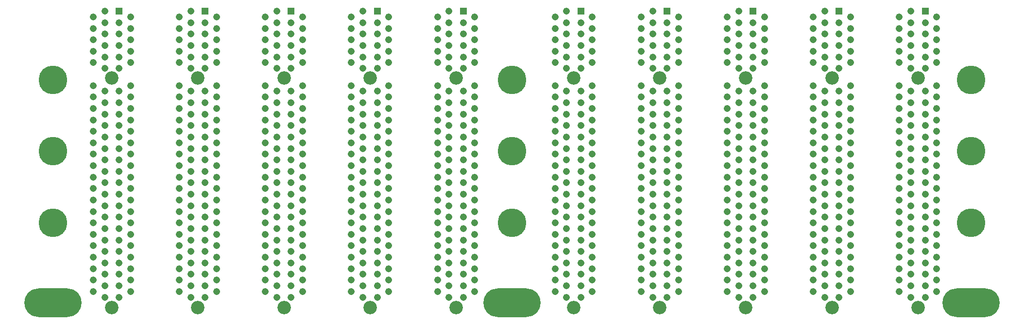
<source format=gbr>
%TF.GenerationSoftware,KiCad,Pcbnew,(5.1.9-16-g1737927814)-1*%
%TF.CreationDate,2021-07-03T16:47:20+02:00*%
%TF.ProjectId,Bussystem 10x non stack,42757373-7973-4746-956d-20313078206e,1*%
%TF.SameCoordinates,Original*%
%TF.FileFunction,Soldermask,Top*%
%TF.FilePolarity,Negative*%
%FSLAX46Y46*%
G04 Gerber Fmt 4.6, Leading zero omitted, Abs format (unit mm)*
G04 Created by KiCad (PCBNEW (5.1.9-16-g1737927814)-1) date 2021-07-03 16:47:20*
%MOMM*%
%LPD*%
G01*
G04 APERTURE LIST*
%ADD10O,10.000000X5.000000*%
%ADD11C,5.000000*%
%ADD12R,1.208000X1.208000*%
%ADD13C,1.208000*%
%ADD14C,2.350000*%
G04 APERTURE END LIST*
D10*
%TO.C,DRA2*%
X126000000Y-101000000D03*
D11*
X126000000Y-74500000D03*
X126000000Y-87000000D03*
X126000000Y-62000000D03*
%TD*%
D10*
%TO.C,DRA3*%
X206000000Y-101000000D03*
D11*
X206000000Y-74500000D03*
X206000000Y-87000000D03*
X206000000Y-62000000D03*
%TD*%
D10*
%TO.C,DRA1*%
X46000000Y-101000000D03*
D11*
X46000000Y-74500000D03*
X46000000Y-87000000D03*
X46000000Y-62000000D03*
%TD*%
D12*
%TO.C,J1*%
X57500000Y-50000000D03*
D13*
X59500000Y-51000000D03*
X55000000Y-50000000D03*
X53000000Y-51000000D03*
X57500000Y-52000000D03*
X59500000Y-53000000D03*
X55000000Y-52000000D03*
X53000000Y-53000000D03*
X57500000Y-54000000D03*
X59500000Y-55000000D03*
X55000000Y-54000000D03*
X53000000Y-55000000D03*
X57500000Y-56000000D03*
X59500000Y-57000000D03*
X55000000Y-56000000D03*
X53000000Y-57000000D03*
X57500000Y-58000000D03*
X59500000Y-59000000D03*
X55000000Y-58000000D03*
X53000000Y-59000000D03*
X57500000Y-60000000D03*
X55000000Y-60000000D03*
X59500000Y-63000000D03*
X53000000Y-63000000D03*
X57500000Y-64000000D03*
X59500000Y-65000000D03*
X55000000Y-64000000D03*
X53000000Y-65000000D03*
X57500000Y-66000000D03*
X59500000Y-67000000D03*
X55000000Y-66000000D03*
X53000000Y-67000000D03*
X57500000Y-68000000D03*
X59500000Y-69000000D03*
X55000000Y-68000000D03*
X53000000Y-69000000D03*
X57500000Y-70000000D03*
X59500000Y-71000000D03*
X55000000Y-70000000D03*
X53000000Y-71000000D03*
X57500000Y-72000000D03*
X55000000Y-72000000D03*
X59500000Y-73000000D03*
X53000000Y-73000000D03*
X57500000Y-74000000D03*
X59500000Y-75000000D03*
X55000000Y-74000000D03*
X53000000Y-75000000D03*
X57500000Y-76000000D03*
X59500000Y-77000000D03*
X55000000Y-76000000D03*
X53000000Y-77000000D03*
X57500000Y-78000000D03*
X59500000Y-79000000D03*
X55000000Y-78000000D03*
X53000000Y-79000000D03*
X57500000Y-80000000D03*
X59500000Y-81000000D03*
X55000000Y-80000000D03*
X53000000Y-81000000D03*
X57500000Y-82000000D03*
X55000000Y-82000000D03*
X59500000Y-83000000D03*
X53000000Y-83000000D03*
D14*
X56250000Y-61650000D03*
X56250000Y-101810000D03*
D13*
X57500000Y-84000000D03*
X59500000Y-85000000D03*
X55000000Y-84000000D03*
X53000000Y-85000000D03*
X57500000Y-86000000D03*
X55000000Y-86000000D03*
X59500000Y-87000000D03*
X53000000Y-87000000D03*
X57500000Y-88000000D03*
X59500000Y-89000000D03*
X55000000Y-88000000D03*
X53000000Y-89000000D03*
X57500000Y-90000000D03*
X55000000Y-90000000D03*
X59500000Y-91000000D03*
X53000000Y-91000000D03*
X57500000Y-92000000D03*
X59500000Y-93000000D03*
X55000000Y-92000000D03*
X53000000Y-93000000D03*
X57500000Y-94000000D03*
X55000000Y-94000000D03*
X59500000Y-95000000D03*
X53000000Y-95000000D03*
X57500000Y-96000000D03*
X59500000Y-97000000D03*
X55000000Y-96000000D03*
X53000000Y-97000000D03*
X57500000Y-98000000D03*
X55000000Y-98000000D03*
X59500000Y-99000000D03*
X53000000Y-99000000D03*
X55000000Y-100000000D03*
X57500000Y-100000000D03*
%TD*%
%TO.C,J2*%
X72500000Y-100000000D03*
X70000000Y-100000000D03*
X68000000Y-99000000D03*
X74500000Y-99000000D03*
X70000000Y-98000000D03*
X72500000Y-98000000D03*
X68000000Y-97000000D03*
X70000000Y-96000000D03*
X74500000Y-97000000D03*
X72500000Y-96000000D03*
X68000000Y-95000000D03*
X74500000Y-95000000D03*
X70000000Y-94000000D03*
X72500000Y-94000000D03*
X68000000Y-93000000D03*
X70000000Y-92000000D03*
X74500000Y-93000000D03*
X72500000Y-92000000D03*
X68000000Y-91000000D03*
X74500000Y-91000000D03*
X70000000Y-90000000D03*
X72500000Y-90000000D03*
X68000000Y-89000000D03*
X70000000Y-88000000D03*
X74500000Y-89000000D03*
X72500000Y-88000000D03*
X68000000Y-87000000D03*
X74500000Y-87000000D03*
X70000000Y-86000000D03*
X72500000Y-86000000D03*
X68000000Y-85000000D03*
X70000000Y-84000000D03*
X74500000Y-85000000D03*
X72500000Y-84000000D03*
D14*
X71250000Y-101810000D03*
X71250000Y-61650000D03*
D13*
X68000000Y-83000000D03*
X74500000Y-83000000D03*
X70000000Y-82000000D03*
X72500000Y-82000000D03*
X68000000Y-81000000D03*
X70000000Y-80000000D03*
X74500000Y-81000000D03*
X72500000Y-80000000D03*
X68000000Y-79000000D03*
X70000000Y-78000000D03*
X74500000Y-79000000D03*
X72500000Y-78000000D03*
X68000000Y-77000000D03*
X70000000Y-76000000D03*
X74500000Y-77000000D03*
X72500000Y-76000000D03*
X68000000Y-75000000D03*
X70000000Y-74000000D03*
X74500000Y-75000000D03*
X72500000Y-74000000D03*
X68000000Y-73000000D03*
X74500000Y-73000000D03*
X70000000Y-72000000D03*
X72500000Y-72000000D03*
X68000000Y-71000000D03*
X70000000Y-70000000D03*
X74500000Y-71000000D03*
X72500000Y-70000000D03*
X68000000Y-69000000D03*
X70000000Y-68000000D03*
X74500000Y-69000000D03*
X72500000Y-68000000D03*
X68000000Y-67000000D03*
X70000000Y-66000000D03*
X74500000Y-67000000D03*
X72500000Y-66000000D03*
X68000000Y-65000000D03*
X70000000Y-64000000D03*
X74500000Y-65000000D03*
X72500000Y-64000000D03*
X68000000Y-63000000D03*
X74500000Y-63000000D03*
X70000000Y-60000000D03*
X72500000Y-60000000D03*
X68000000Y-59000000D03*
X70000000Y-58000000D03*
X74500000Y-59000000D03*
X72500000Y-58000000D03*
X68000000Y-57000000D03*
X70000000Y-56000000D03*
X74500000Y-57000000D03*
X72500000Y-56000000D03*
X68000000Y-55000000D03*
X70000000Y-54000000D03*
X74500000Y-55000000D03*
X72500000Y-54000000D03*
X68000000Y-53000000D03*
X70000000Y-52000000D03*
X74500000Y-53000000D03*
X72500000Y-52000000D03*
X68000000Y-51000000D03*
X70000000Y-50000000D03*
X74500000Y-51000000D03*
D12*
X72500000Y-50000000D03*
%TD*%
%TO.C,J3*%
X87500000Y-50000000D03*
D13*
X89500000Y-51000000D03*
X85000000Y-50000000D03*
X83000000Y-51000000D03*
X87500000Y-52000000D03*
X89500000Y-53000000D03*
X85000000Y-52000000D03*
X83000000Y-53000000D03*
X87500000Y-54000000D03*
X89500000Y-55000000D03*
X85000000Y-54000000D03*
X83000000Y-55000000D03*
X87500000Y-56000000D03*
X89500000Y-57000000D03*
X85000000Y-56000000D03*
X83000000Y-57000000D03*
X87500000Y-58000000D03*
X89500000Y-59000000D03*
X85000000Y-58000000D03*
X83000000Y-59000000D03*
X87500000Y-60000000D03*
X85000000Y-60000000D03*
X89500000Y-63000000D03*
X83000000Y-63000000D03*
X87500000Y-64000000D03*
X89500000Y-65000000D03*
X85000000Y-64000000D03*
X83000000Y-65000000D03*
X87500000Y-66000000D03*
X89500000Y-67000000D03*
X85000000Y-66000000D03*
X83000000Y-67000000D03*
X87500000Y-68000000D03*
X89500000Y-69000000D03*
X85000000Y-68000000D03*
X83000000Y-69000000D03*
X87500000Y-70000000D03*
X89500000Y-71000000D03*
X85000000Y-70000000D03*
X83000000Y-71000000D03*
X87500000Y-72000000D03*
X85000000Y-72000000D03*
X89500000Y-73000000D03*
X83000000Y-73000000D03*
X87500000Y-74000000D03*
X89500000Y-75000000D03*
X85000000Y-74000000D03*
X83000000Y-75000000D03*
X87500000Y-76000000D03*
X89500000Y-77000000D03*
X85000000Y-76000000D03*
X83000000Y-77000000D03*
X87500000Y-78000000D03*
X89500000Y-79000000D03*
X85000000Y-78000000D03*
X83000000Y-79000000D03*
X87500000Y-80000000D03*
X89500000Y-81000000D03*
X85000000Y-80000000D03*
X83000000Y-81000000D03*
X87500000Y-82000000D03*
X85000000Y-82000000D03*
X89500000Y-83000000D03*
X83000000Y-83000000D03*
D14*
X86250000Y-61650000D03*
X86250000Y-101810000D03*
D13*
X87500000Y-84000000D03*
X89500000Y-85000000D03*
X85000000Y-84000000D03*
X83000000Y-85000000D03*
X87500000Y-86000000D03*
X85000000Y-86000000D03*
X89500000Y-87000000D03*
X83000000Y-87000000D03*
X87500000Y-88000000D03*
X89500000Y-89000000D03*
X85000000Y-88000000D03*
X83000000Y-89000000D03*
X87500000Y-90000000D03*
X85000000Y-90000000D03*
X89500000Y-91000000D03*
X83000000Y-91000000D03*
X87500000Y-92000000D03*
X89500000Y-93000000D03*
X85000000Y-92000000D03*
X83000000Y-93000000D03*
X87500000Y-94000000D03*
X85000000Y-94000000D03*
X89500000Y-95000000D03*
X83000000Y-95000000D03*
X87500000Y-96000000D03*
X89500000Y-97000000D03*
X85000000Y-96000000D03*
X83000000Y-97000000D03*
X87500000Y-98000000D03*
X85000000Y-98000000D03*
X89500000Y-99000000D03*
X83000000Y-99000000D03*
X85000000Y-100000000D03*
X87500000Y-100000000D03*
%TD*%
%TO.C,J4*%
X102500000Y-100000000D03*
X100000000Y-100000000D03*
X98000000Y-99000000D03*
X104500000Y-99000000D03*
X100000000Y-98000000D03*
X102500000Y-98000000D03*
X98000000Y-97000000D03*
X100000000Y-96000000D03*
X104500000Y-97000000D03*
X102500000Y-96000000D03*
X98000000Y-95000000D03*
X104500000Y-95000000D03*
X100000000Y-94000000D03*
X102500000Y-94000000D03*
X98000000Y-93000000D03*
X100000000Y-92000000D03*
X104500000Y-93000000D03*
X102500000Y-92000000D03*
X98000000Y-91000000D03*
X104500000Y-91000000D03*
X100000000Y-90000000D03*
X102500000Y-90000000D03*
X98000000Y-89000000D03*
X100000000Y-88000000D03*
X104500000Y-89000000D03*
X102500000Y-88000000D03*
X98000000Y-87000000D03*
X104500000Y-87000000D03*
X100000000Y-86000000D03*
X102500000Y-86000000D03*
X98000000Y-85000000D03*
X100000000Y-84000000D03*
X104500000Y-85000000D03*
X102500000Y-84000000D03*
D14*
X101250000Y-101810000D03*
X101250000Y-61650000D03*
D13*
X98000000Y-83000000D03*
X104500000Y-83000000D03*
X100000000Y-82000000D03*
X102500000Y-82000000D03*
X98000000Y-81000000D03*
X100000000Y-80000000D03*
X104500000Y-81000000D03*
X102500000Y-80000000D03*
X98000000Y-79000000D03*
X100000000Y-78000000D03*
X104500000Y-79000000D03*
X102500000Y-78000000D03*
X98000000Y-77000000D03*
X100000000Y-76000000D03*
X104500000Y-77000000D03*
X102500000Y-76000000D03*
X98000000Y-75000000D03*
X100000000Y-74000000D03*
X104500000Y-75000000D03*
X102500000Y-74000000D03*
X98000000Y-73000000D03*
X104500000Y-73000000D03*
X100000000Y-72000000D03*
X102500000Y-72000000D03*
X98000000Y-71000000D03*
X100000000Y-70000000D03*
X104500000Y-71000000D03*
X102500000Y-70000000D03*
X98000000Y-69000000D03*
X100000000Y-68000000D03*
X104500000Y-69000000D03*
X102500000Y-68000000D03*
X98000000Y-67000000D03*
X100000000Y-66000000D03*
X104500000Y-67000000D03*
X102500000Y-66000000D03*
X98000000Y-65000000D03*
X100000000Y-64000000D03*
X104500000Y-65000000D03*
X102500000Y-64000000D03*
X98000000Y-63000000D03*
X104500000Y-63000000D03*
X100000000Y-60000000D03*
X102500000Y-60000000D03*
X98000000Y-59000000D03*
X100000000Y-58000000D03*
X104500000Y-59000000D03*
X102500000Y-58000000D03*
X98000000Y-57000000D03*
X100000000Y-56000000D03*
X104500000Y-57000000D03*
X102500000Y-56000000D03*
X98000000Y-55000000D03*
X100000000Y-54000000D03*
X104500000Y-55000000D03*
X102500000Y-54000000D03*
X98000000Y-53000000D03*
X100000000Y-52000000D03*
X104500000Y-53000000D03*
X102500000Y-52000000D03*
X98000000Y-51000000D03*
X100000000Y-50000000D03*
X104500000Y-51000000D03*
D12*
X102500000Y-50000000D03*
%TD*%
%TO.C,J5*%
X117500000Y-50000000D03*
D13*
X119500000Y-51000000D03*
X115000000Y-50000000D03*
X113000000Y-51000000D03*
X117500000Y-52000000D03*
X119500000Y-53000000D03*
X115000000Y-52000000D03*
X113000000Y-53000000D03*
X117500000Y-54000000D03*
X119500000Y-55000000D03*
X115000000Y-54000000D03*
X113000000Y-55000000D03*
X117500000Y-56000000D03*
X119500000Y-57000000D03*
X115000000Y-56000000D03*
X113000000Y-57000000D03*
X117500000Y-58000000D03*
X119500000Y-59000000D03*
X115000000Y-58000000D03*
X113000000Y-59000000D03*
X117500000Y-60000000D03*
X115000000Y-60000000D03*
X119500000Y-63000000D03*
X113000000Y-63000000D03*
X117500000Y-64000000D03*
X119500000Y-65000000D03*
X115000000Y-64000000D03*
X113000000Y-65000000D03*
X117500000Y-66000000D03*
X119500000Y-67000000D03*
X115000000Y-66000000D03*
X113000000Y-67000000D03*
X117500000Y-68000000D03*
X119500000Y-69000000D03*
X115000000Y-68000000D03*
X113000000Y-69000000D03*
X117500000Y-70000000D03*
X119500000Y-71000000D03*
X115000000Y-70000000D03*
X113000000Y-71000000D03*
X117500000Y-72000000D03*
X115000000Y-72000000D03*
X119500000Y-73000000D03*
X113000000Y-73000000D03*
X117500000Y-74000000D03*
X119500000Y-75000000D03*
X115000000Y-74000000D03*
X113000000Y-75000000D03*
X117500000Y-76000000D03*
X119500000Y-77000000D03*
X115000000Y-76000000D03*
X113000000Y-77000000D03*
X117500000Y-78000000D03*
X119500000Y-79000000D03*
X115000000Y-78000000D03*
X113000000Y-79000000D03*
X117500000Y-80000000D03*
X119500000Y-81000000D03*
X115000000Y-80000000D03*
X113000000Y-81000000D03*
X117500000Y-82000000D03*
X115000000Y-82000000D03*
X119500000Y-83000000D03*
X113000000Y-83000000D03*
D14*
X116250000Y-61650000D03*
X116250000Y-101810000D03*
D13*
X117500000Y-84000000D03*
X119500000Y-85000000D03*
X115000000Y-84000000D03*
X113000000Y-85000000D03*
X117500000Y-86000000D03*
X115000000Y-86000000D03*
X119500000Y-87000000D03*
X113000000Y-87000000D03*
X117500000Y-88000000D03*
X119500000Y-89000000D03*
X115000000Y-88000000D03*
X113000000Y-89000000D03*
X117500000Y-90000000D03*
X115000000Y-90000000D03*
X119500000Y-91000000D03*
X113000000Y-91000000D03*
X117500000Y-92000000D03*
X119500000Y-93000000D03*
X115000000Y-92000000D03*
X113000000Y-93000000D03*
X117500000Y-94000000D03*
X115000000Y-94000000D03*
X119500000Y-95000000D03*
X113000000Y-95000000D03*
X117500000Y-96000000D03*
X119500000Y-97000000D03*
X115000000Y-96000000D03*
X113000000Y-97000000D03*
X117500000Y-98000000D03*
X115000000Y-98000000D03*
X119500000Y-99000000D03*
X113000000Y-99000000D03*
X115000000Y-100000000D03*
X117500000Y-100000000D03*
%TD*%
%TO.C,J6*%
X138000000Y-100000000D03*
X135500000Y-100000000D03*
X133500000Y-99000000D03*
X140000000Y-99000000D03*
X135500000Y-98000000D03*
X138000000Y-98000000D03*
X133500000Y-97000000D03*
X135500000Y-96000000D03*
X140000000Y-97000000D03*
X138000000Y-96000000D03*
X133500000Y-95000000D03*
X140000000Y-95000000D03*
X135500000Y-94000000D03*
X138000000Y-94000000D03*
X133500000Y-93000000D03*
X135500000Y-92000000D03*
X140000000Y-93000000D03*
X138000000Y-92000000D03*
X133500000Y-91000000D03*
X140000000Y-91000000D03*
X135500000Y-90000000D03*
X138000000Y-90000000D03*
X133500000Y-89000000D03*
X135500000Y-88000000D03*
X140000000Y-89000000D03*
X138000000Y-88000000D03*
X133500000Y-87000000D03*
X140000000Y-87000000D03*
X135500000Y-86000000D03*
X138000000Y-86000000D03*
X133500000Y-85000000D03*
X135500000Y-84000000D03*
X140000000Y-85000000D03*
X138000000Y-84000000D03*
D14*
X136750000Y-101810000D03*
X136750000Y-61650000D03*
D13*
X133500000Y-83000000D03*
X140000000Y-83000000D03*
X135500000Y-82000000D03*
X138000000Y-82000000D03*
X133500000Y-81000000D03*
X135500000Y-80000000D03*
X140000000Y-81000000D03*
X138000000Y-80000000D03*
X133500000Y-79000000D03*
X135500000Y-78000000D03*
X140000000Y-79000000D03*
X138000000Y-78000000D03*
X133500000Y-77000000D03*
X135500000Y-76000000D03*
X140000000Y-77000000D03*
X138000000Y-76000000D03*
X133500000Y-75000000D03*
X135500000Y-74000000D03*
X140000000Y-75000000D03*
X138000000Y-74000000D03*
X133500000Y-73000000D03*
X140000000Y-73000000D03*
X135500000Y-72000000D03*
X138000000Y-72000000D03*
X133500000Y-71000000D03*
X135500000Y-70000000D03*
X140000000Y-71000000D03*
X138000000Y-70000000D03*
X133500000Y-69000000D03*
X135500000Y-68000000D03*
X140000000Y-69000000D03*
X138000000Y-68000000D03*
X133500000Y-67000000D03*
X135500000Y-66000000D03*
X140000000Y-67000000D03*
X138000000Y-66000000D03*
X133500000Y-65000000D03*
X135500000Y-64000000D03*
X140000000Y-65000000D03*
X138000000Y-64000000D03*
X133500000Y-63000000D03*
X140000000Y-63000000D03*
X135500000Y-60000000D03*
X138000000Y-60000000D03*
X133500000Y-59000000D03*
X135500000Y-58000000D03*
X140000000Y-59000000D03*
X138000000Y-58000000D03*
X133500000Y-57000000D03*
X135500000Y-56000000D03*
X140000000Y-57000000D03*
X138000000Y-56000000D03*
X133500000Y-55000000D03*
X135500000Y-54000000D03*
X140000000Y-55000000D03*
X138000000Y-54000000D03*
X133500000Y-53000000D03*
X135500000Y-52000000D03*
X140000000Y-53000000D03*
X138000000Y-52000000D03*
X133500000Y-51000000D03*
X135500000Y-50000000D03*
X140000000Y-51000000D03*
D12*
X138000000Y-50000000D03*
%TD*%
%TO.C,J7*%
X153000000Y-50000000D03*
D13*
X155000000Y-51000000D03*
X150500000Y-50000000D03*
X148500000Y-51000000D03*
X153000000Y-52000000D03*
X155000000Y-53000000D03*
X150500000Y-52000000D03*
X148500000Y-53000000D03*
X153000000Y-54000000D03*
X155000000Y-55000000D03*
X150500000Y-54000000D03*
X148500000Y-55000000D03*
X153000000Y-56000000D03*
X155000000Y-57000000D03*
X150500000Y-56000000D03*
X148500000Y-57000000D03*
X153000000Y-58000000D03*
X155000000Y-59000000D03*
X150500000Y-58000000D03*
X148500000Y-59000000D03*
X153000000Y-60000000D03*
X150500000Y-60000000D03*
X155000000Y-63000000D03*
X148500000Y-63000000D03*
X153000000Y-64000000D03*
X155000000Y-65000000D03*
X150500000Y-64000000D03*
X148500000Y-65000000D03*
X153000000Y-66000000D03*
X155000000Y-67000000D03*
X150500000Y-66000000D03*
X148500000Y-67000000D03*
X153000000Y-68000000D03*
X155000000Y-69000000D03*
X150500000Y-68000000D03*
X148500000Y-69000000D03*
X153000000Y-70000000D03*
X155000000Y-71000000D03*
X150500000Y-70000000D03*
X148500000Y-71000000D03*
X153000000Y-72000000D03*
X150500000Y-72000000D03*
X155000000Y-73000000D03*
X148500000Y-73000000D03*
X153000000Y-74000000D03*
X155000000Y-75000000D03*
X150500000Y-74000000D03*
X148500000Y-75000000D03*
X153000000Y-76000000D03*
X155000000Y-77000000D03*
X150500000Y-76000000D03*
X148500000Y-77000000D03*
X153000000Y-78000000D03*
X155000000Y-79000000D03*
X150500000Y-78000000D03*
X148500000Y-79000000D03*
X153000000Y-80000000D03*
X155000000Y-81000000D03*
X150500000Y-80000000D03*
X148500000Y-81000000D03*
X153000000Y-82000000D03*
X150500000Y-82000000D03*
X155000000Y-83000000D03*
X148500000Y-83000000D03*
D14*
X151750000Y-61650000D03*
X151750000Y-101810000D03*
D13*
X153000000Y-84000000D03*
X155000000Y-85000000D03*
X150500000Y-84000000D03*
X148500000Y-85000000D03*
X153000000Y-86000000D03*
X150500000Y-86000000D03*
X155000000Y-87000000D03*
X148500000Y-87000000D03*
X153000000Y-88000000D03*
X155000000Y-89000000D03*
X150500000Y-88000000D03*
X148500000Y-89000000D03*
X153000000Y-90000000D03*
X150500000Y-90000000D03*
X155000000Y-91000000D03*
X148500000Y-91000000D03*
X153000000Y-92000000D03*
X155000000Y-93000000D03*
X150500000Y-92000000D03*
X148500000Y-93000000D03*
X153000000Y-94000000D03*
X150500000Y-94000000D03*
X155000000Y-95000000D03*
X148500000Y-95000000D03*
X153000000Y-96000000D03*
X155000000Y-97000000D03*
X150500000Y-96000000D03*
X148500000Y-97000000D03*
X153000000Y-98000000D03*
X150500000Y-98000000D03*
X155000000Y-99000000D03*
X148500000Y-99000000D03*
X150500000Y-100000000D03*
X153000000Y-100000000D03*
%TD*%
%TO.C,J8*%
X168000000Y-100000000D03*
X165500000Y-100000000D03*
X163500000Y-99000000D03*
X170000000Y-99000000D03*
X165500000Y-98000000D03*
X168000000Y-98000000D03*
X163500000Y-97000000D03*
X165500000Y-96000000D03*
X170000000Y-97000000D03*
X168000000Y-96000000D03*
X163500000Y-95000000D03*
X170000000Y-95000000D03*
X165500000Y-94000000D03*
X168000000Y-94000000D03*
X163500000Y-93000000D03*
X165500000Y-92000000D03*
X170000000Y-93000000D03*
X168000000Y-92000000D03*
X163500000Y-91000000D03*
X170000000Y-91000000D03*
X165500000Y-90000000D03*
X168000000Y-90000000D03*
X163500000Y-89000000D03*
X165500000Y-88000000D03*
X170000000Y-89000000D03*
X168000000Y-88000000D03*
X163500000Y-87000000D03*
X170000000Y-87000000D03*
X165500000Y-86000000D03*
X168000000Y-86000000D03*
X163500000Y-85000000D03*
X165500000Y-84000000D03*
X170000000Y-85000000D03*
X168000000Y-84000000D03*
D14*
X166750000Y-101810000D03*
X166750000Y-61650000D03*
D13*
X163500000Y-83000000D03*
X170000000Y-83000000D03*
X165500000Y-82000000D03*
X168000000Y-82000000D03*
X163500000Y-81000000D03*
X165500000Y-80000000D03*
X170000000Y-81000000D03*
X168000000Y-80000000D03*
X163500000Y-79000000D03*
X165500000Y-78000000D03*
X170000000Y-79000000D03*
X168000000Y-78000000D03*
X163500000Y-77000000D03*
X165500000Y-76000000D03*
X170000000Y-77000000D03*
X168000000Y-76000000D03*
X163500000Y-75000000D03*
X165500000Y-74000000D03*
X170000000Y-75000000D03*
X168000000Y-74000000D03*
X163500000Y-73000000D03*
X170000000Y-73000000D03*
X165500000Y-72000000D03*
X168000000Y-72000000D03*
X163500000Y-71000000D03*
X165500000Y-70000000D03*
X170000000Y-71000000D03*
X168000000Y-70000000D03*
X163500000Y-69000000D03*
X165500000Y-68000000D03*
X170000000Y-69000000D03*
X168000000Y-68000000D03*
X163500000Y-67000000D03*
X165500000Y-66000000D03*
X170000000Y-67000000D03*
X168000000Y-66000000D03*
X163500000Y-65000000D03*
X165500000Y-64000000D03*
X170000000Y-65000000D03*
X168000000Y-64000000D03*
X163500000Y-63000000D03*
X170000000Y-63000000D03*
X165500000Y-60000000D03*
X168000000Y-60000000D03*
X163500000Y-59000000D03*
X165500000Y-58000000D03*
X170000000Y-59000000D03*
X168000000Y-58000000D03*
X163500000Y-57000000D03*
X165500000Y-56000000D03*
X170000000Y-57000000D03*
X168000000Y-56000000D03*
X163500000Y-55000000D03*
X165500000Y-54000000D03*
X170000000Y-55000000D03*
X168000000Y-54000000D03*
X163500000Y-53000000D03*
X165500000Y-52000000D03*
X170000000Y-53000000D03*
X168000000Y-52000000D03*
X163500000Y-51000000D03*
X165500000Y-50000000D03*
X170000000Y-51000000D03*
D12*
X168000000Y-50000000D03*
%TD*%
%TO.C,J9*%
X183000000Y-50000000D03*
D13*
X185000000Y-51000000D03*
X180500000Y-50000000D03*
X178500000Y-51000000D03*
X183000000Y-52000000D03*
X185000000Y-53000000D03*
X180500000Y-52000000D03*
X178500000Y-53000000D03*
X183000000Y-54000000D03*
X185000000Y-55000000D03*
X180500000Y-54000000D03*
X178500000Y-55000000D03*
X183000000Y-56000000D03*
X185000000Y-57000000D03*
X180500000Y-56000000D03*
X178500000Y-57000000D03*
X183000000Y-58000000D03*
X185000000Y-59000000D03*
X180500000Y-58000000D03*
X178500000Y-59000000D03*
X183000000Y-60000000D03*
X180500000Y-60000000D03*
X185000000Y-63000000D03*
X178500000Y-63000000D03*
X183000000Y-64000000D03*
X185000000Y-65000000D03*
X180500000Y-64000000D03*
X178500000Y-65000000D03*
X183000000Y-66000000D03*
X185000000Y-67000000D03*
X180500000Y-66000000D03*
X178500000Y-67000000D03*
X183000000Y-68000000D03*
X185000000Y-69000000D03*
X180500000Y-68000000D03*
X178500000Y-69000000D03*
X183000000Y-70000000D03*
X185000000Y-71000000D03*
X180500000Y-70000000D03*
X178500000Y-71000000D03*
X183000000Y-72000000D03*
X180500000Y-72000000D03*
X185000000Y-73000000D03*
X178500000Y-73000000D03*
X183000000Y-74000000D03*
X185000000Y-75000000D03*
X180500000Y-74000000D03*
X178500000Y-75000000D03*
X183000000Y-76000000D03*
X185000000Y-77000000D03*
X180500000Y-76000000D03*
X178500000Y-77000000D03*
X183000000Y-78000000D03*
X185000000Y-79000000D03*
X180500000Y-78000000D03*
X178500000Y-79000000D03*
X183000000Y-80000000D03*
X185000000Y-81000000D03*
X180500000Y-80000000D03*
X178500000Y-81000000D03*
X183000000Y-82000000D03*
X180500000Y-82000000D03*
X185000000Y-83000000D03*
X178500000Y-83000000D03*
D14*
X181750000Y-61650000D03*
X181750000Y-101810000D03*
D13*
X183000000Y-84000000D03*
X185000000Y-85000000D03*
X180500000Y-84000000D03*
X178500000Y-85000000D03*
X183000000Y-86000000D03*
X180500000Y-86000000D03*
X185000000Y-87000000D03*
X178500000Y-87000000D03*
X183000000Y-88000000D03*
X185000000Y-89000000D03*
X180500000Y-88000000D03*
X178500000Y-89000000D03*
X183000000Y-90000000D03*
X180500000Y-90000000D03*
X185000000Y-91000000D03*
X178500000Y-91000000D03*
X183000000Y-92000000D03*
X185000000Y-93000000D03*
X180500000Y-92000000D03*
X178500000Y-93000000D03*
X183000000Y-94000000D03*
X180500000Y-94000000D03*
X185000000Y-95000000D03*
X178500000Y-95000000D03*
X183000000Y-96000000D03*
X185000000Y-97000000D03*
X180500000Y-96000000D03*
X178500000Y-97000000D03*
X183000000Y-98000000D03*
X180500000Y-98000000D03*
X185000000Y-99000000D03*
X178500000Y-99000000D03*
X180500000Y-100000000D03*
X183000000Y-100000000D03*
%TD*%
%TO.C,J10*%
X198000000Y-100000000D03*
X195500000Y-100000000D03*
X193500000Y-99000000D03*
X200000000Y-99000000D03*
X195500000Y-98000000D03*
X198000000Y-98000000D03*
X193500000Y-97000000D03*
X195500000Y-96000000D03*
X200000000Y-97000000D03*
X198000000Y-96000000D03*
X193500000Y-95000000D03*
X200000000Y-95000000D03*
X195500000Y-94000000D03*
X198000000Y-94000000D03*
X193500000Y-93000000D03*
X195500000Y-92000000D03*
X200000000Y-93000000D03*
X198000000Y-92000000D03*
X193500000Y-91000000D03*
X200000000Y-91000000D03*
X195500000Y-90000000D03*
X198000000Y-90000000D03*
X193500000Y-89000000D03*
X195500000Y-88000000D03*
X200000000Y-89000000D03*
X198000000Y-88000000D03*
X193500000Y-87000000D03*
X200000000Y-87000000D03*
X195500000Y-86000000D03*
X198000000Y-86000000D03*
X193500000Y-85000000D03*
X195500000Y-84000000D03*
X200000000Y-85000000D03*
X198000000Y-84000000D03*
D14*
X196750000Y-101810000D03*
X196750000Y-61650000D03*
D13*
X193500000Y-83000000D03*
X200000000Y-83000000D03*
X195500000Y-82000000D03*
X198000000Y-82000000D03*
X193500000Y-81000000D03*
X195500000Y-80000000D03*
X200000000Y-81000000D03*
X198000000Y-80000000D03*
X193500000Y-79000000D03*
X195500000Y-78000000D03*
X200000000Y-79000000D03*
X198000000Y-78000000D03*
X193500000Y-77000000D03*
X195500000Y-76000000D03*
X200000000Y-77000000D03*
X198000000Y-76000000D03*
X193500000Y-75000000D03*
X195500000Y-74000000D03*
X200000000Y-75000000D03*
X198000000Y-74000000D03*
X193500000Y-73000000D03*
X200000000Y-73000000D03*
X195500000Y-72000000D03*
X198000000Y-72000000D03*
X193500000Y-71000000D03*
X195500000Y-70000000D03*
X200000000Y-71000000D03*
X198000000Y-70000000D03*
X193500000Y-69000000D03*
X195500000Y-68000000D03*
X200000000Y-69000000D03*
X198000000Y-68000000D03*
X193500000Y-67000000D03*
X195500000Y-66000000D03*
X200000000Y-67000000D03*
X198000000Y-66000000D03*
X193500000Y-65000000D03*
X195500000Y-64000000D03*
X200000000Y-65000000D03*
X198000000Y-64000000D03*
X193500000Y-63000000D03*
X200000000Y-63000000D03*
X195500000Y-60000000D03*
X198000000Y-60000000D03*
X193500000Y-59000000D03*
X195500000Y-58000000D03*
X200000000Y-59000000D03*
X198000000Y-58000000D03*
X193500000Y-57000000D03*
X195500000Y-56000000D03*
X200000000Y-57000000D03*
X198000000Y-56000000D03*
X193500000Y-55000000D03*
X195500000Y-54000000D03*
X200000000Y-55000000D03*
X198000000Y-54000000D03*
X193500000Y-53000000D03*
X195500000Y-52000000D03*
X200000000Y-53000000D03*
X198000000Y-52000000D03*
X193500000Y-51000000D03*
X195500000Y-50000000D03*
X200000000Y-51000000D03*
D12*
X198000000Y-50000000D03*
%TD*%
M02*

</source>
